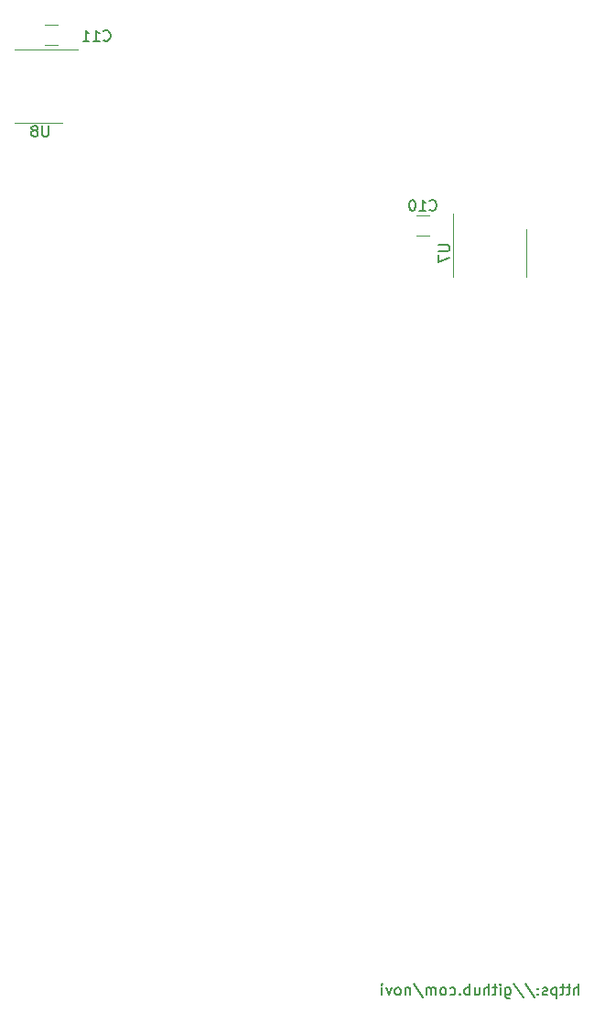
<source format=gbo>
%TF.GenerationSoftware,KiCad,Pcbnew,(5.1.6-0-10_14)*%
%TF.CreationDate,2020-09-12T17:56:08+09:00*%
%TF.ProjectId,scsiemu,73637369-656d-4752-9e6b-696361645f70,rev?*%
%TF.SameCoordinates,Original*%
%TF.FileFunction,Legend,Bot*%
%TF.FilePolarity,Positive*%
%FSLAX46Y46*%
G04 Gerber Fmt 4.6, Leading zero omitted, Abs format (unit mm)*
G04 Created by KiCad (PCBNEW (5.1.6-0-10_14)) date 2020-09-12 17:56:08*
%MOMM*%
%LPD*%
G01*
G04 APERTURE LIST*
%ADD10C,0.200000*%
%ADD11C,0.120000*%
%ADD12C,0.150000*%
%ADD13C,0.900000*%
%ADD14C,3.602000*%
%ADD15C,2.902000*%
%ADD16C,2.642000*%
%ADD17C,4.102000*%
%ADD18C,2.302000*%
%ADD19O,1.802000X1.802000*%
%ADD20R,1.802000X1.802000*%
%ADD21C,1.802000*%
%ADD22O,1.802000X2.052000*%
%ADD23O,2.102000X1.802000*%
G04 APERTURE END LIST*
D10*
X198325238Y-135072380D02*
X198325238Y-134072380D01*
X197896666Y-135072380D02*
X197896666Y-134548571D01*
X197944285Y-134453333D01*
X198039523Y-134405714D01*
X198182380Y-134405714D01*
X198277619Y-134453333D01*
X198325238Y-134500952D01*
X197563333Y-134405714D02*
X197182380Y-134405714D01*
X197420476Y-134072380D02*
X197420476Y-134929523D01*
X197372857Y-135024761D01*
X197277619Y-135072380D01*
X197182380Y-135072380D01*
X196991904Y-134405714D02*
X196610952Y-134405714D01*
X196849047Y-134072380D02*
X196849047Y-134929523D01*
X196801428Y-135024761D01*
X196706190Y-135072380D01*
X196610952Y-135072380D01*
X196277619Y-134405714D02*
X196277619Y-135405714D01*
X196277619Y-134453333D02*
X196182380Y-134405714D01*
X195991904Y-134405714D01*
X195896666Y-134453333D01*
X195849047Y-134500952D01*
X195801428Y-134596190D01*
X195801428Y-134881904D01*
X195849047Y-134977142D01*
X195896666Y-135024761D01*
X195991904Y-135072380D01*
X196182380Y-135072380D01*
X196277619Y-135024761D01*
X195420476Y-135024761D02*
X195325238Y-135072380D01*
X195134761Y-135072380D01*
X195039523Y-135024761D01*
X194991904Y-134929523D01*
X194991904Y-134881904D01*
X195039523Y-134786666D01*
X195134761Y-134739047D01*
X195277619Y-134739047D01*
X195372857Y-134691428D01*
X195420476Y-134596190D01*
X195420476Y-134548571D01*
X195372857Y-134453333D01*
X195277619Y-134405714D01*
X195134761Y-134405714D01*
X195039523Y-134453333D01*
X194563333Y-134977142D02*
X194515714Y-135024761D01*
X194563333Y-135072380D01*
X194610952Y-135024761D01*
X194563333Y-134977142D01*
X194563333Y-135072380D01*
X194563333Y-134453333D02*
X194515714Y-134500952D01*
X194563333Y-134548571D01*
X194610952Y-134500952D01*
X194563333Y-134453333D01*
X194563333Y-134548571D01*
X193372857Y-134024761D02*
X194230000Y-135310476D01*
X192325238Y-134024761D02*
X193182380Y-135310476D01*
X191563333Y-134405714D02*
X191563333Y-135215238D01*
X191610952Y-135310476D01*
X191658571Y-135358095D01*
X191753809Y-135405714D01*
X191896666Y-135405714D01*
X191991904Y-135358095D01*
X191563333Y-135024761D02*
X191658571Y-135072380D01*
X191849047Y-135072380D01*
X191944285Y-135024761D01*
X191991904Y-134977142D01*
X192039523Y-134881904D01*
X192039523Y-134596190D01*
X191991904Y-134500952D01*
X191944285Y-134453333D01*
X191849047Y-134405714D01*
X191658571Y-134405714D01*
X191563333Y-134453333D01*
X191087142Y-135072380D02*
X191087142Y-134405714D01*
X191087142Y-134072380D02*
X191134761Y-134120000D01*
X191087142Y-134167619D01*
X191039523Y-134120000D01*
X191087142Y-134072380D01*
X191087142Y-134167619D01*
X190753809Y-134405714D02*
X190372857Y-134405714D01*
X190610952Y-134072380D02*
X190610952Y-134929523D01*
X190563333Y-135024761D01*
X190468095Y-135072380D01*
X190372857Y-135072380D01*
X190039523Y-135072380D02*
X190039523Y-134072380D01*
X189610952Y-135072380D02*
X189610952Y-134548571D01*
X189658571Y-134453333D01*
X189753809Y-134405714D01*
X189896666Y-134405714D01*
X189991904Y-134453333D01*
X190039523Y-134500952D01*
X188706190Y-134405714D02*
X188706190Y-135072380D01*
X189134761Y-134405714D02*
X189134761Y-134929523D01*
X189087142Y-135024761D01*
X188991904Y-135072380D01*
X188849047Y-135072380D01*
X188753809Y-135024761D01*
X188706190Y-134977142D01*
X188230000Y-135072380D02*
X188230000Y-134072380D01*
X188230000Y-134453333D02*
X188134761Y-134405714D01*
X187944285Y-134405714D01*
X187849047Y-134453333D01*
X187801428Y-134500952D01*
X187753809Y-134596190D01*
X187753809Y-134881904D01*
X187801428Y-134977142D01*
X187849047Y-135024761D01*
X187944285Y-135072380D01*
X188134761Y-135072380D01*
X188230000Y-135024761D01*
X187325238Y-134977142D02*
X187277619Y-135024761D01*
X187325238Y-135072380D01*
X187372857Y-135024761D01*
X187325238Y-134977142D01*
X187325238Y-135072380D01*
X186420476Y-135024761D02*
X186515714Y-135072380D01*
X186706190Y-135072380D01*
X186801428Y-135024761D01*
X186849047Y-134977142D01*
X186896666Y-134881904D01*
X186896666Y-134596190D01*
X186849047Y-134500952D01*
X186801428Y-134453333D01*
X186706190Y-134405714D01*
X186515714Y-134405714D01*
X186420476Y-134453333D01*
X185849047Y-135072380D02*
X185944285Y-135024761D01*
X185991904Y-134977142D01*
X186039523Y-134881904D01*
X186039523Y-134596190D01*
X185991904Y-134500952D01*
X185944285Y-134453333D01*
X185849047Y-134405714D01*
X185706190Y-134405714D01*
X185610952Y-134453333D01*
X185563333Y-134500952D01*
X185515714Y-134596190D01*
X185515714Y-134881904D01*
X185563333Y-134977142D01*
X185610952Y-135024761D01*
X185706190Y-135072380D01*
X185849047Y-135072380D01*
X185087142Y-135072380D02*
X185087142Y-134405714D01*
X185087142Y-134500952D02*
X185039523Y-134453333D01*
X184944285Y-134405714D01*
X184801428Y-134405714D01*
X184706190Y-134453333D01*
X184658571Y-134548571D01*
X184658571Y-135072380D01*
X184658571Y-134548571D02*
X184610952Y-134453333D01*
X184515714Y-134405714D01*
X184372857Y-134405714D01*
X184277619Y-134453333D01*
X184230000Y-134548571D01*
X184230000Y-135072380D01*
X183039523Y-134024761D02*
X183896666Y-135310476D01*
X182706190Y-134405714D02*
X182706190Y-135072380D01*
X182706190Y-134500952D02*
X182658571Y-134453333D01*
X182563333Y-134405714D01*
X182420476Y-134405714D01*
X182325238Y-134453333D01*
X182277619Y-134548571D01*
X182277619Y-135072380D01*
X181658571Y-135072380D02*
X181753809Y-135024761D01*
X181801428Y-134977142D01*
X181849047Y-134881904D01*
X181849047Y-134596190D01*
X181801428Y-134500952D01*
X181753809Y-134453333D01*
X181658571Y-134405714D01*
X181515714Y-134405714D01*
X181420476Y-134453333D01*
X181372857Y-134500952D01*
X181325238Y-134596190D01*
X181325238Y-134881904D01*
X181372857Y-134977142D01*
X181420476Y-135024761D01*
X181515714Y-135072380D01*
X181658571Y-135072380D01*
X180991904Y-134405714D02*
X180753809Y-135072380D01*
X180515714Y-134405714D01*
X180134761Y-135072380D02*
X180134761Y-134405714D01*
X180134761Y-134072380D02*
X180182380Y-134120000D01*
X180134761Y-134167619D01*
X180087142Y-134120000D01*
X180134761Y-134072380D01*
X180134761Y-134167619D01*
D11*
%TO.C,C11*%
X150157264Y-45508500D02*
X148953136Y-45508500D01*
X150157264Y-47328500D02*
X148953136Y-47328500D01*
%TO.C,C10*%
X184498064Y-63098000D02*
X183293936Y-63098000D01*
X184498064Y-64918000D02*
X183293936Y-64918000D01*
%TO.C,U8*%
X148361400Y-54489800D02*
X146161400Y-54489800D01*
X148361400Y-54489800D02*
X150561400Y-54489800D01*
X148361400Y-47719800D02*
X146161400Y-47719800D01*
X148361400Y-47719800D02*
X151961400Y-47719800D01*
%TO.C,U7*%
X193504000Y-66548000D02*
X193504000Y-68748000D01*
X193504000Y-66548000D02*
X193504000Y-64348000D01*
X186734000Y-66548000D02*
X186734000Y-68748000D01*
X186734000Y-66548000D02*
X186734000Y-62948000D01*
%TO.C,C11*%
D12*
X154376357Y-46877242D02*
X154423976Y-46924861D01*
X154566833Y-46972480D01*
X154662071Y-46972480D01*
X154804928Y-46924861D01*
X154900166Y-46829623D01*
X154947785Y-46734385D01*
X154995404Y-46543909D01*
X154995404Y-46401052D01*
X154947785Y-46210576D01*
X154900166Y-46115338D01*
X154804928Y-46020100D01*
X154662071Y-45972480D01*
X154566833Y-45972480D01*
X154423976Y-46020100D01*
X154376357Y-46067719D01*
X153423976Y-46972480D02*
X153995404Y-46972480D01*
X153709690Y-46972480D02*
X153709690Y-45972480D01*
X153804928Y-46115338D01*
X153900166Y-46210576D01*
X153995404Y-46258195D01*
X152471595Y-46972480D02*
X153043023Y-46972480D01*
X152757309Y-46972480D02*
X152757309Y-45972480D01*
X152852547Y-46115338D01*
X152947785Y-46210576D01*
X153043023Y-46258195D01*
%TO.C,C10*%
X184538857Y-62545142D02*
X184586476Y-62592761D01*
X184729333Y-62640380D01*
X184824571Y-62640380D01*
X184967428Y-62592761D01*
X185062666Y-62497523D01*
X185110285Y-62402285D01*
X185157904Y-62211809D01*
X185157904Y-62068952D01*
X185110285Y-61878476D01*
X185062666Y-61783238D01*
X184967428Y-61688000D01*
X184824571Y-61640380D01*
X184729333Y-61640380D01*
X184586476Y-61688000D01*
X184538857Y-61735619D01*
X183586476Y-62640380D02*
X184157904Y-62640380D01*
X183872190Y-62640380D02*
X183872190Y-61640380D01*
X183967428Y-61783238D01*
X184062666Y-61878476D01*
X184157904Y-61926095D01*
X182967428Y-61640380D02*
X182872190Y-61640380D01*
X182776952Y-61688000D01*
X182729333Y-61735619D01*
X182681714Y-61830857D01*
X182634095Y-62021333D01*
X182634095Y-62259428D01*
X182681714Y-62449904D01*
X182729333Y-62545142D01*
X182776952Y-62592761D01*
X182872190Y-62640380D01*
X182967428Y-62640380D01*
X183062666Y-62592761D01*
X183110285Y-62545142D01*
X183157904Y-62449904D01*
X183205523Y-62259428D01*
X183205523Y-62021333D01*
X183157904Y-61830857D01*
X183110285Y-61735619D01*
X183062666Y-61688000D01*
X182967428Y-61640380D01*
%TO.C,U8*%
X149275704Y-54786280D02*
X149275704Y-55595804D01*
X149228085Y-55691042D01*
X149180466Y-55738661D01*
X149085228Y-55786280D01*
X148894752Y-55786280D01*
X148799514Y-55738661D01*
X148751895Y-55691042D01*
X148704276Y-55595804D01*
X148704276Y-54786280D01*
X148085228Y-55214852D02*
X148180466Y-55167233D01*
X148228085Y-55119614D01*
X148275704Y-55024376D01*
X148275704Y-54976757D01*
X148228085Y-54881519D01*
X148180466Y-54833900D01*
X148085228Y-54786280D01*
X147894752Y-54786280D01*
X147799514Y-54833900D01*
X147751895Y-54881519D01*
X147704276Y-54976757D01*
X147704276Y-55024376D01*
X147751895Y-55119614D01*
X147799514Y-55167233D01*
X147894752Y-55214852D01*
X148085228Y-55214852D01*
X148180466Y-55262471D01*
X148228085Y-55310090D01*
X148275704Y-55405328D01*
X148275704Y-55595804D01*
X148228085Y-55691042D01*
X148180466Y-55738661D01*
X148085228Y-55786280D01*
X147894752Y-55786280D01*
X147799514Y-55738661D01*
X147751895Y-55691042D01*
X147704276Y-55595804D01*
X147704276Y-55405328D01*
X147751895Y-55310090D01*
X147799514Y-55262471D01*
X147894752Y-55214852D01*
%TO.C,U7*%
X185371380Y-65786095D02*
X186180904Y-65786095D01*
X186276142Y-65833714D01*
X186323761Y-65881333D01*
X186371380Y-65976571D01*
X186371380Y-66167047D01*
X186323761Y-66262285D01*
X186276142Y-66309904D01*
X186180904Y-66357523D01*
X185371380Y-66357523D01*
X185371380Y-66738476D02*
X185371380Y-67405142D01*
X186371380Y-66976571D01*
%TD*%
%LPC*%
D13*
X120700800Y-123164600D02*
X126111000Y-128574800D01*
X120624600Y-66573400D02*
X120650000Y-123113800D01*
X191401700Y-75869800D02*
X189217300Y-75869800D01*
X189128400Y-74117200D02*
X189128400Y-75311000D01*
X187337700Y-72326500D02*
X189128400Y-74117200D01*
X161759900Y-72313800D02*
X187337700Y-72326500D01*
X160934400Y-71488300D02*
X161759900Y-72313800D01*
X134073900Y-71526400D02*
X160972500Y-71526400D01*
X129336800Y-66878200D02*
X134010400Y-71551800D01*
X114020600Y-66497200D02*
X120675400Y-66497200D01*
D14*
%TO.C,MH12*%
X207250000Y-101450000D03*
%TD*%
%TO.C,MH11*%
X112000000Y-101450000D03*
%TD*%
D15*
%TO.C,J8*%
X114554000Y-45593000D03*
X119634000Y-45593000D03*
X124714000Y-45593000D03*
X129794000Y-45593000D03*
D16*
X112014000Y-43053000D03*
X132334000Y-43053000D03*
D17*
X117094000Y-35433000D03*
X127254000Y-35433000D03*
%TD*%
%TO.C,C11*%
G36*
G01*
X148831200Y-45760395D02*
X148831200Y-47076605D01*
G75*
G02*
X148563305Y-47344500I-267895J0D01*
G01*
X147572095Y-47344500D01*
G75*
G02*
X147304200Y-47076605I0J267895D01*
G01*
X147304200Y-45760395D01*
G75*
G02*
X147572095Y-45492500I267895J0D01*
G01*
X148563305Y-45492500D01*
G75*
G02*
X148831200Y-45760395I0J-267895D01*
G01*
G37*
G36*
G01*
X151806200Y-45760395D02*
X151806200Y-47076605D01*
G75*
G02*
X151538305Y-47344500I-267895J0D01*
G01*
X150547095Y-47344500D01*
G75*
G02*
X150279200Y-47076605I0J267895D01*
G01*
X150279200Y-45760395D01*
G75*
G02*
X150547095Y-45492500I267895J0D01*
G01*
X151538305Y-45492500D01*
G75*
G02*
X151806200Y-45760395I0J-267895D01*
G01*
G37*
%TD*%
%TO.C,C10*%
G36*
G01*
X183172000Y-63349895D02*
X183172000Y-64666105D01*
G75*
G02*
X182904105Y-64934000I-267895J0D01*
G01*
X181912895Y-64934000D01*
G75*
G02*
X181645000Y-64666105I0J267895D01*
G01*
X181645000Y-63349895D01*
G75*
G02*
X181912895Y-63082000I267895J0D01*
G01*
X182904105Y-63082000D01*
G75*
G02*
X183172000Y-63349895I0J-267895D01*
G01*
G37*
G36*
G01*
X186147000Y-63349895D02*
X186147000Y-64666105D01*
G75*
G02*
X185879105Y-64934000I-267895J0D01*
G01*
X184887895Y-64934000D01*
G75*
G02*
X184620000Y-64666105I0J267895D01*
G01*
X184620000Y-63349895D01*
G75*
G02*
X184887895Y-63082000I267895J0D01*
G01*
X185879105Y-63082000D01*
G75*
G02*
X186147000Y-63349895I0J-267895D01*
G01*
G37*
%TD*%
%TO.C,U8*%
G36*
G01*
X146287400Y-48054300D02*
X146287400Y-48305300D01*
G75*
G02*
X146161900Y-48430800I-125500J0D01*
G01*
X144835900Y-48430800D01*
G75*
G02*
X144710400Y-48305300I0J125500D01*
G01*
X144710400Y-48054300D01*
G75*
G02*
X144835900Y-47928800I125500J0D01*
G01*
X146161900Y-47928800D01*
G75*
G02*
X146287400Y-48054300I0J-125500D01*
G01*
G37*
G36*
G01*
X146287400Y-48704300D02*
X146287400Y-48955300D01*
G75*
G02*
X146161900Y-49080800I-125500J0D01*
G01*
X144835900Y-49080800D01*
G75*
G02*
X144710400Y-48955300I0J125500D01*
G01*
X144710400Y-48704300D01*
G75*
G02*
X144835900Y-48578800I125500J0D01*
G01*
X146161900Y-48578800D01*
G75*
G02*
X146287400Y-48704300I0J-125500D01*
G01*
G37*
G36*
G01*
X146287400Y-49354300D02*
X146287400Y-49605300D01*
G75*
G02*
X146161900Y-49730800I-125500J0D01*
G01*
X144835900Y-49730800D01*
G75*
G02*
X144710400Y-49605300I0J125500D01*
G01*
X144710400Y-49354300D01*
G75*
G02*
X144835900Y-49228800I125500J0D01*
G01*
X146161900Y-49228800D01*
G75*
G02*
X146287400Y-49354300I0J-125500D01*
G01*
G37*
G36*
G01*
X146287400Y-50004300D02*
X146287400Y-50255300D01*
G75*
G02*
X146161900Y-50380800I-125500J0D01*
G01*
X144835900Y-50380800D01*
G75*
G02*
X144710400Y-50255300I0J125500D01*
G01*
X144710400Y-50004300D01*
G75*
G02*
X144835900Y-49878800I125500J0D01*
G01*
X146161900Y-49878800D01*
G75*
G02*
X146287400Y-50004300I0J-125500D01*
G01*
G37*
G36*
G01*
X146287400Y-50654300D02*
X146287400Y-50905300D01*
G75*
G02*
X146161900Y-51030800I-125500J0D01*
G01*
X144835900Y-51030800D01*
G75*
G02*
X144710400Y-50905300I0J125500D01*
G01*
X144710400Y-50654300D01*
G75*
G02*
X144835900Y-50528800I125500J0D01*
G01*
X146161900Y-50528800D01*
G75*
G02*
X146287400Y-50654300I0J-125500D01*
G01*
G37*
G36*
G01*
X146287400Y-51304300D02*
X146287400Y-51555300D01*
G75*
G02*
X146161900Y-51680800I-125500J0D01*
G01*
X144835900Y-51680800D01*
G75*
G02*
X144710400Y-51555300I0J125500D01*
G01*
X144710400Y-51304300D01*
G75*
G02*
X144835900Y-51178800I125500J0D01*
G01*
X146161900Y-51178800D01*
G75*
G02*
X146287400Y-51304300I0J-125500D01*
G01*
G37*
G36*
G01*
X146287400Y-51954300D02*
X146287400Y-52205300D01*
G75*
G02*
X146161900Y-52330800I-125500J0D01*
G01*
X144835900Y-52330800D01*
G75*
G02*
X144710400Y-52205300I0J125500D01*
G01*
X144710400Y-51954300D01*
G75*
G02*
X144835900Y-51828800I125500J0D01*
G01*
X146161900Y-51828800D01*
G75*
G02*
X146287400Y-51954300I0J-125500D01*
G01*
G37*
G36*
G01*
X146287400Y-52604300D02*
X146287400Y-52855300D01*
G75*
G02*
X146161900Y-52980800I-125500J0D01*
G01*
X144835900Y-52980800D01*
G75*
G02*
X144710400Y-52855300I0J125500D01*
G01*
X144710400Y-52604300D01*
G75*
G02*
X144835900Y-52478800I125500J0D01*
G01*
X146161900Y-52478800D01*
G75*
G02*
X146287400Y-52604300I0J-125500D01*
G01*
G37*
G36*
G01*
X146287400Y-53254300D02*
X146287400Y-53505300D01*
G75*
G02*
X146161900Y-53630800I-125500J0D01*
G01*
X144835900Y-53630800D01*
G75*
G02*
X144710400Y-53505300I0J125500D01*
G01*
X144710400Y-53254300D01*
G75*
G02*
X144835900Y-53128800I125500J0D01*
G01*
X146161900Y-53128800D01*
G75*
G02*
X146287400Y-53254300I0J-125500D01*
G01*
G37*
G36*
G01*
X146287400Y-53904300D02*
X146287400Y-54155300D01*
G75*
G02*
X146161900Y-54280800I-125500J0D01*
G01*
X144835900Y-54280800D01*
G75*
G02*
X144710400Y-54155300I0J125500D01*
G01*
X144710400Y-53904300D01*
G75*
G02*
X144835900Y-53778800I125500J0D01*
G01*
X146161900Y-53778800D01*
G75*
G02*
X146287400Y-53904300I0J-125500D01*
G01*
G37*
G36*
G01*
X152012400Y-53904300D02*
X152012400Y-54155300D01*
G75*
G02*
X151886900Y-54280800I-125500J0D01*
G01*
X150560900Y-54280800D01*
G75*
G02*
X150435400Y-54155300I0J125500D01*
G01*
X150435400Y-53904300D01*
G75*
G02*
X150560900Y-53778800I125500J0D01*
G01*
X151886900Y-53778800D01*
G75*
G02*
X152012400Y-53904300I0J-125500D01*
G01*
G37*
G36*
G01*
X152012400Y-53254300D02*
X152012400Y-53505300D01*
G75*
G02*
X151886900Y-53630800I-125500J0D01*
G01*
X150560900Y-53630800D01*
G75*
G02*
X150435400Y-53505300I0J125500D01*
G01*
X150435400Y-53254300D01*
G75*
G02*
X150560900Y-53128800I125500J0D01*
G01*
X151886900Y-53128800D01*
G75*
G02*
X152012400Y-53254300I0J-125500D01*
G01*
G37*
G36*
G01*
X152012400Y-52604300D02*
X152012400Y-52855300D01*
G75*
G02*
X151886900Y-52980800I-125500J0D01*
G01*
X150560900Y-52980800D01*
G75*
G02*
X150435400Y-52855300I0J125500D01*
G01*
X150435400Y-52604300D01*
G75*
G02*
X150560900Y-52478800I125500J0D01*
G01*
X151886900Y-52478800D01*
G75*
G02*
X152012400Y-52604300I0J-125500D01*
G01*
G37*
G36*
G01*
X152012400Y-51954300D02*
X152012400Y-52205300D01*
G75*
G02*
X151886900Y-52330800I-125500J0D01*
G01*
X150560900Y-52330800D01*
G75*
G02*
X150435400Y-52205300I0J125500D01*
G01*
X150435400Y-51954300D01*
G75*
G02*
X150560900Y-51828800I125500J0D01*
G01*
X151886900Y-51828800D01*
G75*
G02*
X152012400Y-51954300I0J-125500D01*
G01*
G37*
G36*
G01*
X152012400Y-51304300D02*
X152012400Y-51555300D01*
G75*
G02*
X151886900Y-51680800I-125500J0D01*
G01*
X150560900Y-51680800D01*
G75*
G02*
X150435400Y-51555300I0J125500D01*
G01*
X150435400Y-51304300D01*
G75*
G02*
X150560900Y-51178800I125500J0D01*
G01*
X151886900Y-51178800D01*
G75*
G02*
X152012400Y-51304300I0J-125500D01*
G01*
G37*
G36*
G01*
X152012400Y-50654300D02*
X152012400Y-50905300D01*
G75*
G02*
X151886900Y-51030800I-125500J0D01*
G01*
X150560900Y-51030800D01*
G75*
G02*
X150435400Y-50905300I0J125500D01*
G01*
X150435400Y-50654300D01*
G75*
G02*
X150560900Y-50528800I125500J0D01*
G01*
X151886900Y-50528800D01*
G75*
G02*
X152012400Y-50654300I0J-125500D01*
G01*
G37*
G36*
G01*
X152012400Y-50004300D02*
X152012400Y-50255300D01*
G75*
G02*
X151886900Y-50380800I-125500J0D01*
G01*
X150560900Y-50380800D01*
G75*
G02*
X150435400Y-50255300I0J125500D01*
G01*
X150435400Y-50004300D01*
G75*
G02*
X150560900Y-49878800I125500J0D01*
G01*
X151886900Y-49878800D01*
G75*
G02*
X152012400Y-50004300I0J-125500D01*
G01*
G37*
G36*
G01*
X152012400Y-49354300D02*
X152012400Y-49605300D01*
G75*
G02*
X151886900Y-49730800I-125500J0D01*
G01*
X150560900Y-49730800D01*
G75*
G02*
X150435400Y-49605300I0J125500D01*
G01*
X150435400Y-49354300D01*
G75*
G02*
X150560900Y-49228800I125500J0D01*
G01*
X151886900Y-49228800D01*
G75*
G02*
X152012400Y-49354300I0J-125500D01*
G01*
G37*
G36*
G01*
X152012400Y-48704300D02*
X152012400Y-48955300D01*
G75*
G02*
X151886900Y-49080800I-125500J0D01*
G01*
X150560900Y-49080800D01*
G75*
G02*
X150435400Y-48955300I0J125500D01*
G01*
X150435400Y-48704300D01*
G75*
G02*
X150560900Y-48578800I125500J0D01*
G01*
X151886900Y-48578800D01*
G75*
G02*
X152012400Y-48704300I0J-125500D01*
G01*
G37*
G36*
G01*
X152012400Y-48054300D02*
X152012400Y-48305300D01*
G75*
G02*
X151886900Y-48430800I-125500J0D01*
G01*
X150560900Y-48430800D01*
G75*
G02*
X150435400Y-48305300I0J125500D01*
G01*
X150435400Y-48054300D01*
G75*
G02*
X150560900Y-47928800I125500J0D01*
G01*
X151886900Y-47928800D01*
G75*
G02*
X152012400Y-48054300I0J-125500D01*
G01*
G37*
%TD*%
%TO.C,U7*%
G36*
G01*
X187068500Y-68622000D02*
X187319500Y-68622000D01*
G75*
G02*
X187445000Y-68747500I0J-125500D01*
G01*
X187445000Y-70073500D01*
G75*
G02*
X187319500Y-70199000I-125500J0D01*
G01*
X187068500Y-70199000D01*
G75*
G02*
X186943000Y-70073500I0J125500D01*
G01*
X186943000Y-68747500D01*
G75*
G02*
X187068500Y-68622000I125500J0D01*
G01*
G37*
G36*
G01*
X187718500Y-68622000D02*
X187969500Y-68622000D01*
G75*
G02*
X188095000Y-68747500I0J-125500D01*
G01*
X188095000Y-70073500D01*
G75*
G02*
X187969500Y-70199000I-125500J0D01*
G01*
X187718500Y-70199000D01*
G75*
G02*
X187593000Y-70073500I0J125500D01*
G01*
X187593000Y-68747500D01*
G75*
G02*
X187718500Y-68622000I125500J0D01*
G01*
G37*
G36*
G01*
X188368500Y-68622000D02*
X188619500Y-68622000D01*
G75*
G02*
X188745000Y-68747500I0J-125500D01*
G01*
X188745000Y-70073500D01*
G75*
G02*
X188619500Y-70199000I-125500J0D01*
G01*
X188368500Y-70199000D01*
G75*
G02*
X188243000Y-70073500I0J125500D01*
G01*
X188243000Y-68747500D01*
G75*
G02*
X188368500Y-68622000I125500J0D01*
G01*
G37*
G36*
G01*
X189018500Y-68622000D02*
X189269500Y-68622000D01*
G75*
G02*
X189395000Y-68747500I0J-125500D01*
G01*
X189395000Y-70073500D01*
G75*
G02*
X189269500Y-70199000I-125500J0D01*
G01*
X189018500Y-70199000D01*
G75*
G02*
X188893000Y-70073500I0J125500D01*
G01*
X188893000Y-68747500D01*
G75*
G02*
X189018500Y-68622000I125500J0D01*
G01*
G37*
G36*
G01*
X189668500Y-68622000D02*
X189919500Y-68622000D01*
G75*
G02*
X190045000Y-68747500I0J-125500D01*
G01*
X190045000Y-70073500D01*
G75*
G02*
X189919500Y-70199000I-125500J0D01*
G01*
X189668500Y-70199000D01*
G75*
G02*
X189543000Y-70073500I0J125500D01*
G01*
X189543000Y-68747500D01*
G75*
G02*
X189668500Y-68622000I125500J0D01*
G01*
G37*
G36*
G01*
X190318500Y-68622000D02*
X190569500Y-68622000D01*
G75*
G02*
X190695000Y-68747500I0J-125500D01*
G01*
X190695000Y-70073500D01*
G75*
G02*
X190569500Y-70199000I-125500J0D01*
G01*
X190318500Y-70199000D01*
G75*
G02*
X190193000Y-70073500I0J125500D01*
G01*
X190193000Y-68747500D01*
G75*
G02*
X190318500Y-68622000I125500J0D01*
G01*
G37*
G36*
G01*
X190968500Y-68622000D02*
X191219500Y-68622000D01*
G75*
G02*
X191345000Y-68747500I0J-125500D01*
G01*
X191345000Y-70073500D01*
G75*
G02*
X191219500Y-70199000I-125500J0D01*
G01*
X190968500Y-70199000D01*
G75*
G02*
X190843000Y-70073500I0J125500D01*
G01*
X190843000Y-68747500D01*
G75*
G02*
X190968500Y-68622000I125500J0D01*
G01*
G37*
G36*
G01*
X191618500Y-68622000D02*
X191869500Y-68622000D01*
G75*
G02*
X191995000Y-68747500I0J-125500D01*
G01*
X191995000Y-70073500D01*
G75*
G02*
X191869500Y-70199000I-125500J0D01*
G01*
X191618500Y-70199000D01*
G75*
G02*
X191493000Y-70073500I0J125500D01*
G01*
X191493000Y-68747500D01*
G75*
G02*
X191618500Y-68622000I125500J0D01*
G01*
G37*
G36*
G01*
X192268500Y-68622000D02*
X192519500Y-68622000D01*
G75*
G02*
X192645000Y-68747500I0J-125500D01*
G01*
X192645000Y-70073500D01*
G75*
G02*
X192519500Y-70199000I-125500J0D01*
G01*
X192268500Y-70199000D01*
G75*
G02*
X192143000Y-70073500I0J125500D01*
G01*
X192143000Y-68747500D01*
G75*
G02*
X192268500Y-68622000I125500J0D01*
G01*
G37*
G36*
G01*
X192918500Y-68622000D02*
X193169500Y-68622000D01*
G75*
G02*
X193295000Y-68747500I0J-125500D01*
G01*
X193295000Y-70073500D01*
G75*
G02*
X193169500Y-70199000I-125500J0D01*
G01*
X192918500Y-70199000D01*
G75*
G02*
X192793000Y-70073500I0J125500D01*
G01*
X192793000Y-68747500D01*
G75*
G02*
X192918500Y-68622000I125500J0D01*
G01*
G37*
G36*
G01*
X192918500Y-62897000D02*
X193169500Y-62897000D01*
G75*
G02*
X193295000Y-63022500I0J-125500D01*
G01*
X193295000Y-64348500D01*
G75*
G02*
X193169500Y-64474000I-125500J0D01*
G01*
X192918500Y-64474000D01*
G75*
G02*
X192793000Y-64348500I0J125500D01*
G01*
X192793000Y-63022500D01*
G75*
G02*
X192918500Y-62897000I125500J0D01*
G01*
G37*
G36*
G01*
X192268500Y-62897000D02*
X192519500Y-62897000D01*
G75*
G02*
X192645000Y-63022500I0J-125500D01*
G01*
X192645000Y-64348500D01*
G75*
G02*
X192519500Y-64474000I-125500J0D01*
G01*
X192268500Y-64474000D01*
G75*
G02*
X192143000Y-64348500I0J125500D01*
G01*
X192143000Y-63022500D01*
G75*
G02*
X192268500Y-62897000I125500J0D01*
G01*
G37*
G36*
G01*
X191618500Y-62897000D02*
X191869500Y-62897000D01*
G75*
G02*
X191995000Y-63022500I0J-125500D01*
G01*
X191995000Y-64348500D01*
G75*
G02*
X191869500Y-64474000I-125500J0D01*
G01*
X191618500Y-64474000D01*
G75*
G02*
X191493000Y-64348500I0J125500D01*
G01*
X191493000Y-63022500D01*
G75*
G02*
X191618500Y-62897000I125500J0D01*
G01*
G37*
G36*
G01*
X190968500Y-62897000D02*
X191219500Y-62897000D01*
G75*
G02*
X191345000Y-63022500I0J-125500D01*
G01*
X191345000Y-64348500D01*
G75*
G02*
X191219500Y-64474000I-125500J0D01*
G01*
X190968500Y-64474000D01*
G75*
G02*
X190843000Y-64348500I0J125500D01*
G01*
X190843000Y-63022500D01*
G75*
G02*
X190968500Y-62897000I125500J0D01*
G01*
G37*
G36*
G01*
X190318500Y-62897000D02*
X190569500Y-62897000D01*
G75*
G02*
X190695000Y-63022500I0J-125500D01*
G01*
X190695000Y-64348500D01*
G75*
G02*
X190569500Y-64474000I-125500J0D01*
G01*
X190318500Y-64474000D01*
G75*
G02*
X190193000Y-64348500I0J125500D01*
G01*
X190193000Y-63022500D01*
G75*
G02*
X190318500Y-62897000I125500J0D01*
G01*
G37*
G36*
G01*
X189668500Y-62897000D02*
X189919500Y-62897000D01*
G75*
G02*
X190045000Y-63022500I0J-125500D01*
G01*
X190045000Y-64348500D01*
G75*
G02*
X189919500Y-64474000I-125500J0D01*
G01*
X189668500Y-64474000D01*
G75*
G02*
X189543000Y-64348500I0J125500D01*
G01*
X189543000Y-63022500D01*
G75*
G02*
X189668500Y-62897000I125500J0D01*
G01*
G37*
G36*
G01*
X189018500Y-62897000D02*
X189269500Y-62897000D01*
G75*
G02*
X189395000Y-63022500I0J-125500D01*
G01*
X189395000Y-64348500D01*
G75*
G02*
X189269500Y-64474000I-125500J0D01*
G01*
X189018500Y-64474000D01*
G75*
G02*
X188893000Y-64348500I0J125500D01*
G01*
X188893000Y-63022500D01*
G75*
G02*
X189018500Y-62897000I125500J0D01*
G01*
G37*
G36*
G01*
X188368500Y-62897000D02*
X188619500Y-62897000D01*
G75*
G02*
X188745000Y-63022500I0J-125500D01*
G01*
X188745000Y-64348500D01*
G75*
G02*
X188619500Y-64474000I-125500J0D01*
G01*
X188368500Y-64474000D01*
G75*
G02*
X188243000Y-64348500I0J125500D01*
G01*
X188243000Y-63022500D01*
G75*
G02*
X188368500Y-62897000I125500J0D01*
G01*
G37*
G36*
G01*
X187718500Y-62897000D02*
X187969500Y-62897000D01*
G75*
G02*
X188095000Y-63022500I0J-125500D01*
G01*
X188095000Y-64348500D01*
G75*
G02*
X187969500Y-64474000I-125500J0D01*
G01*
X187718500Y-64474000D01*
G75*
G02*
X187593000Y-64348500I0J125500D01*
G01*
X187593000Y-63022500D01*
G75*
G02*
X187718500Y-62897000I125500J0D01*
G01*
G37*
G36*
G01*
X187068500Y-62897000D02*
X187319500Y-62897000D01*
G75*
G02*
X187445000Y-63022500I0J-125500D01*
G01*
X187445000Y-64348500D01*
G75*
G02*
X187319500Y-64474000I-125500J0D01*
G01*
X187068500Y-64474000D01*
G75*
G02*
X186943000Y-64348500I0J125500D01*
G01*
X186943000Y-63022500D01*
G75*
G02*
X187068500Y-62897000I125500J0D01*
G01*
G37*
%TD*%
D18*
%TO.C,MH10*%
X138514000Y-126150000D03*
%TD*%
%TO.C,MH9*%
X196514000Y-126150000D03*
%TD*%
D19*
%TO.C,J2*%
X201930000Y-41656000D03*
X201930000Y-44196000D03*
X199390000Y-41656000D03*
X199390000Y-44196000D03*
X196850000Y-41656000D03*
X196850000Y-44196000D03*
X194310000Y-41656000D03*
X194310000Y-44196000D03*
X191770000Y-41656000D03*
X191770000Y-44196000D03*
X189230000Y-41656000D03*
X189230000Y-44196000D03*
X186690000Y-41656000D03*
X186690000Y-44196000D03*
X184150000Y-41656000D03*
X184150000Y-44196000D03*
X181610000Y-41656000D03*
X181610000Y-44196000D03*
X179070000Y-41656000D03*
X179070000Y-44196000D03*
X176530000Y-41656000D03*
X176530000Y-44196000D03*
X173990000Y-41656000D03*
X173990000Y-44196000D03*
X171450000Y-41656000D03*
X171450000Y-44196000D03*
X168910000Y-41656000D03*
X168910000Y-44196000D03*
X166370000Y-41656000D03*
X166370000Y-44196000D03*
X163830000Y-41656000D03*
X163830000Y-44196000D03*
X161290000Y-41656000D03*
X161290000Y-44196000D03*
X158750000Y-41656000D03*
X158750000Y-44196000D03*
X156210000Y-41656000D03*
X156210000Y-44196000D03*
X153670000Y-41656000D03*
X153670000Y-44196000D03*
X151130000Y-41656000D03*
X151130000Y-44196000D03*
X148590000Y-41656000D03*
X148590000Y-44196000D03*
X146050000Y-41656000D03*
X146050000Y-44196000D03*
X143510000Y-41656000D03*
X143510000Y-44196000D03*
X140970000Y-41656000D03*
D20*
X140970000Y-44196000D03*
%TD*%
D14*
%TO.C,MH8*%
X207250000Y-133200000D03*
%TD*%
%TO.C,MH7*%
X207250000Y-57000000D03*
%TD*%
%TO.C,MH6*%
X112000000Y-133200000D03*
%TD*%
%TO.C,MH5*%
X112000000Y-57000000D03*
%TD*%
D21*
%TO.C,J6*%
X119634000Y-49784000D03*
X117134000Y-49784000D03*
X114634000Y-49784000D03*
G36*
G01*
X112584500Y-50685000D02*
X111683500Y-50685000D01*
G75*
G02*
X111233000Y-50234500I0J450500D01*
G01*
X111233000Y-49333500D01*
G75*
G02*
X111683500Y-48883000I450500J0D01*
G01*
X112584500Y-48883000D01*
G75*
G02*
X113035000Y-49333500I0J-450500D01*
G01*
X113035000Y-50234500D01*
G75*
G02*
X112584500Y-50685000I-450500J0D01*
G01*
G37*
%TD*%
D18*
%TO.C,MH4*%
X196514000Y-100150000D03*
%TD*%
%TO.C,MH3*%
X196514000Y-77150000D03*
%TD*%
%TO.C,MH2*%
X138514000Y-77150000D03*
%TD*%
D22*
%TO.C,J7*%
X161490000Y-68834000D03*
X163990000Y-68834000D03*
X166490000Y-68834000D03*
X168990000Y-68834000D03*
X171490000Y-68834000D03*
G36*
G01*
X174891000Y-68073000D02*
X174891000Y-69595000D01*
G75*
G02*
X174626000Y-69860000I-265000J0D01*
G01*
X173354000Y-69860000D01*
G75*
G02*
X173089000Y-69595000I0J265000D01*
G01*
X173089000Y-68073000D01*
G75*
G02*
X173354000Y-67808000I265000J0D01*
G01*
X174626000Y-67808000D01*
G75*
G02*
X174891000Y-68073000I0J-265000D01*
G01*
G37*
%TD*%
D23*
%TO.C,J5*%
X114046000Y-66508000D03*
G36*
G01*
X113260000Y-63107000D02*
X114832000Y-63107000D01*
G75*
G02*
X115097000Y-63372000I0J-265000D01*
G01*
X115097000Y-64644000D01*
G75*
G02*
X114832000Y-64909000I-265000J0D01*
G01*
X113260000Y-64909000D01*
G75*
G02*
X112995000Y-64644000I0J265000D01*
G01*
X112995000Y-63372000D01*
G75*
G02*
X113260000Y-63107000I265000J0D01*
G01*
G37*
%TD*%
%TO.C,J4*%
X120650000Y-66508000D03*
G36*
G01*
X119864000Y-63107000D02*
X121436000Y-63107000D01*
G75*
G02*
X121701000Y-63372000I0J-265000D01*
G01*
X121701000Y-64644000D01*
G75*
G02*
X121436000Y-64909000I-265000J0D01*
G01*
X119864000Y-64909000D01*
G75*
G02*
X119599000Y-64644000I0J265000D01*
G01*
X119599000Y-63372000D01*
G75*
G02*
X119864000Y-63107000I265000J0D01*
G01*
G37*
%TD*%
D18*
%TO.C,MH1*%
X138514000Y-100150000D03*
%TD*%
D20*
%TO.C,J1*%
X191643000Y-78422500D03*
D19*
X191643000Y-75882500D03*
X189103000Y-78422500D03*
X189103000Y-75882500D03*
X186563000Y-78422500D03*
X186563000Y-75882500D03*
X184023000Y-78422500D03*
X184023000Y-75882500D03*
X181483000Y-78422500D03*
X181483000Y-75882500D03*
X178943000Y-78422500D03*
X178943000Y-75882500D03*
X176403000Y-78422500D03*
X176403000Y-75882500D03*
X173863000Y-78422500D03*
X173863000Y-75882500D03*
X171323000Y-78422500D03*
X171323000Y-75882500D03*
X168783000Y-78422500D03*
X168783000Y-75882500D03*
X166243000Y-78422500D03*
X166243000Y-75882500D03*
X163703000Y-78422500D03*
X163703000Y-75882500D03*
X161163000Y-78422500D03*
X161163000Y-75882500D03*
X158623000Y-78422500D03*
X158623000Y-75882500D03*
X156083000Y-78422500D03*
X156083000Y-75882500D03*
X153543000Y-78422500D03*
X153543000Y-75882500D03*
X151003000Y-78422500D03*
X151003000Y-75882500D03*
X148463000Y-78422500D03*
X148463000Y-75882500D03*
X145923000Y-78422500D03*
X145923000Y-75882500D03*
X143383000Y-78422500D03*
X143383000Y-75882500D03*
%TD*%
M02*

</source>
